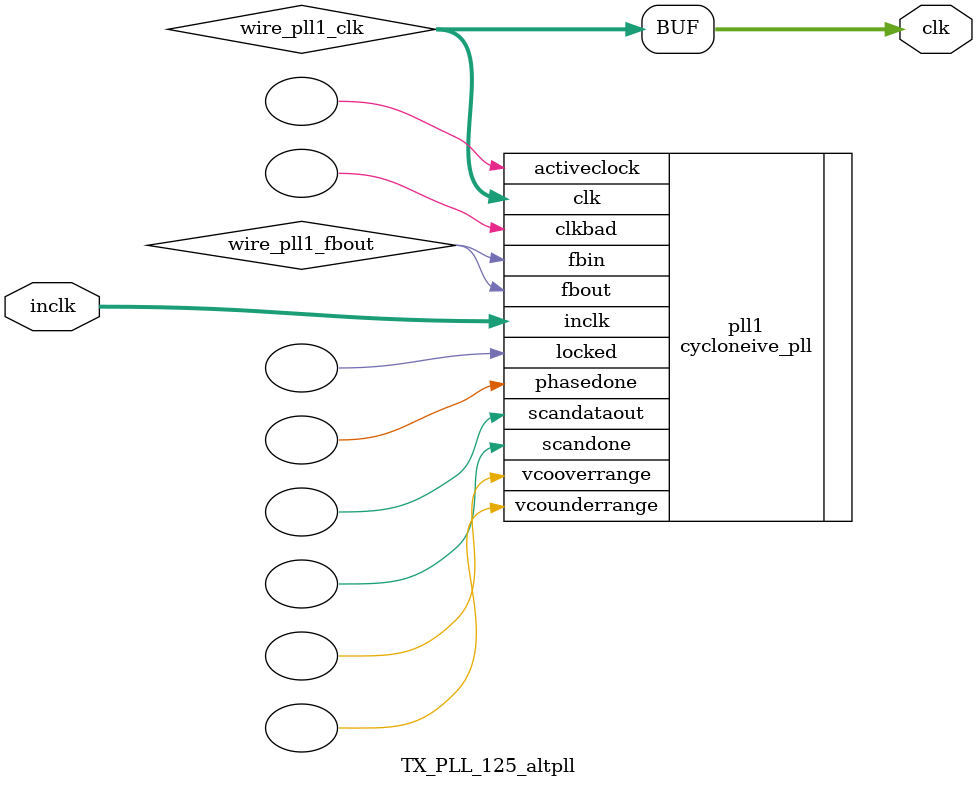
<source format=v>






//synthesis_resources = cycloneive_pll 1 
//synopsys translate_off
`timescale 1 ps / 1 ps
//synopsys translate_on
module  TX_PLL_125_altpll
	( 
	clk,
	inclk) /* synthesis synthesis_clearbox=1 */;
	output   [4:0]  clk;
	input   [1:0]  inclk;
`ifndef ALTERA_RESERVED_QIS
// synopsys translate_off
`endif
	tri0   [1:0]  inclk;
`ifndef ALTERA_RESERVED_QIS
// synopsys translate_on
`endif

	wire  [4:0]   wire_pll1_clk;
	wire  wire_pll1_fbout;

	cycloneive_pll   pll1
	( 
	.activeclock(),
	.clk(wire_pll1_clk),
	.clkbad(),
	.fbin(wire_pll1_fbout),
	.fbout(wire_pll1_fbout),
	.inclk(inclk),
	.locked(),
	.phasedone(),
	.scandataout(),
	.scandone(),
	.vcooverrange(),
	.vcounderrange()
	`ifndef FORMAL_VERIFICATION
	// synopsys translate_off
	`endif
	,
	.areset(1'b0),
	.clkswitch(1'b0),
	.configupdate(1'b0),
	.pfdena(1'b1),
	.phasecounterselect({3{1'b0}}),
	.phasestep(1'b0),
	.phaseupdown(1'b0),
	.scanclk(1'b0),
	.scanclkena(1'b1),
	.scandata(1'b0)
	`ifndef FORMAL_VERIFICATION
	// synopsys translate_on
	`endif
	);
	defparam
		pll1.bandwidth_type = "auto",
		pll1.clk0_divide_by = 1,
		pll1.clk0_duty_cycle = 50,
		pll1.clk0_multiply_by = 1,
		pll1.clk0_phase_shift = "0",
		pll1.clk1_divide_by = 1,
		pll1.clk1_duty_cycle = 50,
		pll1.clk1_multiply_by = 1,
		pll1.clk1_phase_shift = "0",
		pll1.compensate_clock = "clk0",
		pll1.inclk0_input_frequency = 8000,
		pll1.operation_mode = "normal",
		pll1.pll_type = "auto",
		pll1.lpm_type = "cycloneive_pll";
	assign
		clk = {wire_pll1_clk[4:0]};
endmodule //TX_PLL_125_altpll
//VALID FILE

</source>
